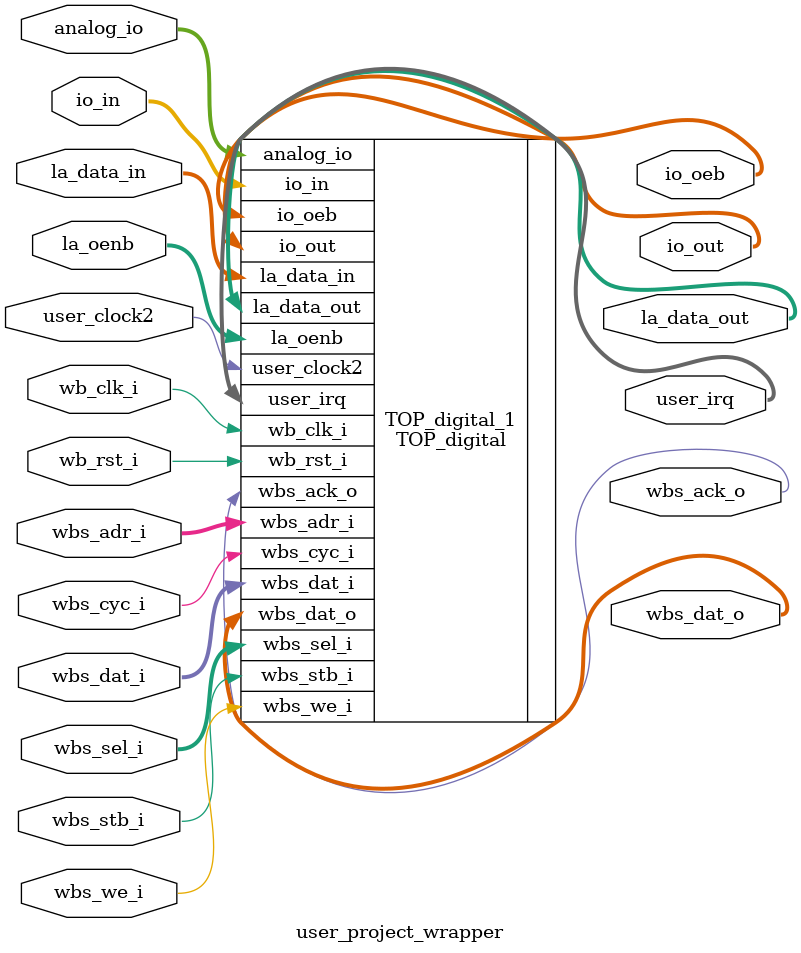
<source format=v>
/* Generated by Yosys 0.30+48 (git sha1 14d50a176d5, clang++ 11.1.0 -fPIC -Os) */

module user_project_wrapper(wb_clk_i, wb_rst_i, wbs_stb_i, wbs_cyc_i, wbs_we_i, wbs_sel_i, wbs_dat_i, wbs_adr_i, wbs_ack_o, wbs_dat_o, io_in, io_out, io_oeb, analog_io, la_data_in, la_data_out, la_oenb, user_clock2, user_irq);
  inout [28:0] analog_io;
  wire [28:0] analog_io;
  input [37:0] io_in;
  wire [37:0] io_in;
  output [37:0] io_oeb;
  wire [37:0] io_oeb;
  output [37:0] io_out;
  wire [37:0] io_out;
  input [127:0] la_data_in;
  wire [127:0] la_data_in;
  output [127:0] la_data_out;
  wire [127:0] la_data_out;
  input [127:0] la_oenb;
  wire [127:0] la_oenb;
  input user_clock2;
  wire user_clock2;
  output [2:0] user_irq;
  wire [2:0] user_irq;
  input wb_clk_i;
  wire wb_clk_i;
  input wb_rst_i;
  wire wb_rst_i;
  output wbs_ack_o;
  wire wbs_ack_o;
  input [31:0] wbs_adr_i;
  wire [31:0] wbs_adr_i;
  input wbs_cyc_i;
  wire wbs_cyc_i;
  input [31:0] wbs_dat_i;
  wire [31:0] wbs_dat_i;
  output [31:0] wbs_dat_o;
  wire [31:0] wbs_dat_o;
  input [3:0] wbs_sel_i;
  wire [3:0] wbs_sel_i;
  input wbs_stb_i;
  wire wbs_stb_i;
  input wbs_we_i;
  wire wbs_we_i;
  TOP_digital TOP_digital_1 (
    .analog_io(analog_io),
    .io_in(io_in),
    .io_oeb(io_oeb),
    .io_out(io_out),
    .la_data_in(la_data_in),
    .la_data_out(la_data_out),
    .la_oenb(la_oenb),
    .user_clock2(user_clock2),
    .user_irq(user_irq),
    .wb_clk_i(wb_clk_i),
    .wb_rst_i(wb_rst_i),
    .wbs_ack_o(wbs_ack_o),
    .wbs_adr_i(wbs_adr_i),
    .wbs_cyc_i(wbs_cyc_i),
    .wbs_dat_i(wbs_dat_i),
    .wbs_dat_o(wbs_dat_o),
    .wbs_sel_i(wbs_sel_i),
    .wbs_stb_i(wbs_stb_i),
    .wbs_we_i(wbs_we_i)
  );
endmodule

</source>
